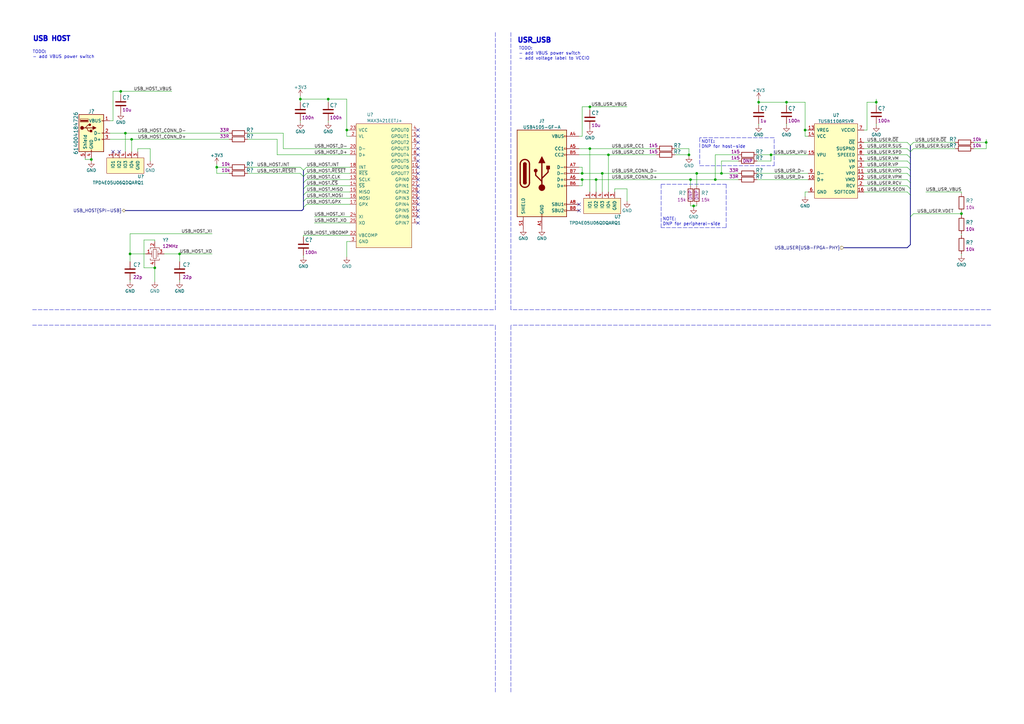
<source format=kicad_sch>
(kicad_sch (version 20211123) (generator eeschema)
  (paper "A3")
  (title_block (title "K410T devboard") (date "2022-12-20") (rev "0.0.99"))
  (lib_symbols
    (symbol "antmicroCapacitors0402:C_10u_0402" (pin_names (offset 0))
      (property "Reference" "C" (at -1.397 3.429 0))
      (property "Val" "10u" (at 0 -2.54 0))
      (symbol "C_10u_0402_1_1"
        (polyline (pts (xy -2.032 -0.762) (xy 2.032 -0.762)) (stroke (width 0.508)))
        (polyline (pts (xy -2.032 0.762) (xy 2.032 0.762)) (stroke (width 0.508)))
        (pin passive line (at 0 3.81 270) (length 2.794) (name "~") (number "1"))
        (pin passive line (at 0 -3.81 90) (length 2.794) (name "~") (number "2"))
      )
    )
    (symbol "antmicroCapacitors0402:C_1u_0402" (pin_names (offset 0))
      (property "Reference" "C" (at -1.397 3.429 0))
      (property "Val" "1u" (at 0 -2.54 0))
      (symbol "C_1u_0402_1_1"
        (polyline (pts (xy -2.032 -0.762) (xy 2.032 -0.762)) (stroke (width 0.508)))
        (polyline (pts (xy -2.032 0.762) (xy 2.032 0.762)) (stroke (width 0.508)))
        (pin passive line (at 0 3.81 270) (length 2.794) (name "~") (number "1"))
        (pin passive line (at 0 -3.81 90) (length 2.794) (name "~") (number "2"))
      )
    )
    (symbol "antmicroCapacitors0402:C_22p_0402" (pin_names (offset 0))
      (property "Reference" "C" (at -1.397 3.429 0))
      (property "Val" "22p" (at 0 -2.54 0))
      (symbol "C_22p_0402_1_1"
        (polyline (pts (xy -2.032 -0.762) (xy 2.032 -0.762)) (stroke (width 0.508)))
        (polyline (pts (xy -2.032 0.762) (xy 2.032 0.762)) (stroke (width 0.508)))
        (pin passive line (at 0 3.81 270) (length 2.794) (name "~") (number "1"))
        (pin passive line (at 0 -3.81 90) (length 2.794) (name "~") (number "2"))
      )
    )
    (symbol "antmicroCapacitorsmisc:C_100n_0201" (pin_names (offset 0))
      (property "Reference" "C" (at -1.397 3.429 0))
      (property "Val" "100n" (at 0 -2.54 0))
      (symbol "C_100n_0201_1_1"
        (polyline (pts (xy -2.032 -0.762) (xy 2.032 -0.762)) (stroke (width 0.508)))
        (polyline (pts (xy -2.032 0.762) (xy 2.032 0.762)) (stroke (width 0.508)))
        (pin passive line (at 0 3.81 270) (length 2.794) (name "~") (number "1"))
        (pin passive line (at 0 -3.81 90) (length 2.794) (name "~") (number "2"))
      )
    )
    (symbol "antmicroCrystals:ABM8G-12.000MHZ-18-D2Y-T " (pin_names (offset 1.016))
      (property "Reference" "Y" (at -1.905 3.175 0))
      (property "Val" "12MHz" (at 5.08 3.81 0))
      (symbol "ABM8G-12.000MHZ-18-D2Y-T _0_1"
        (rectangle (start -0.635 1.905) (end 0.635 -1.905))
        (polyline (pts (xy -1.27 1.27) (xy -1.27 -1.27)))
        (polyline (pts (xy 1.27 1.27) (xy 1.27 -1.27)))
        (polyline (pts (xy -1.905 -1.905) (xy -1.905 -2.54) (xy 1.905 -2.54) (xy 1.905 -1.905)))
        (polyline (pts (xy -1.905 1.905) (xy -1.905 2.54) (xy 1.905 2.54) (xy 1.905 1.905)))
      )
      (symbol "ABM8G-12.000MHZ-18-D2Y-T _1_1"
        (pin output line (at -3.81 0 0) (length 2.54) (name "~") (number "1"))
        (pin power_in line (at 0 5.08 270) (length 2.54) (name "~") (number "2"))
        (pin output line (at 3.81 0 180) (length 2.54) (name "~") (number "3"))
        (pin power_in line (at 0 -5.08 90) (length 2.54) (name "~") (number "4"))
      )
    )
    (symbol "antmicroInterfaceControllers:MAX3421EETJ+" (pin_names (offset 1.016))
      (property "Reference" "U?" (at 2.0194 26.4328 0))
      (property "Value" "MAX3421EETJ+" (at 2.0194 23.8959 0))
      (symbol "MAX3421EETJ+_0_1"
        (rectangle (start -12.7 22.86) (end 10.16 -27.94) (fill (type background)))
      )
      (symbol "MAX3421EETJ+_1_1"
        (pin input line (at 12.7 -17.78 180) (length 2.54) (name "GPIN7") (number "1"))
        (pin output line (at 12.7 5.08 180) (length 2.54) (name "GPOUT6") (number "10"))
        (pin output line (at 12.7 2.54 180) (length 2.54) (name "GPOUT7") (number "11"))
        (pin input line (at -15.24 2.54 0) (length 2.54) (name "~{RES}") (number "12"))
        (pin input line (at -15.24 0 0) (length 2.54) (name "SCLK") (number "13"))
        (pin input line (at -15.24 -2.54 0) (length 2.54) (name "~{SS}") (number "14"))
        (pin output line (at -15.24 -5.08 0) (length 2.54) (name "MISO") (number "15"))
        (pin input line (at -15.24 -7.62 0) (length 2.54) (name "MOSI") (number "16"))
        (pin output line (at -15.24 -10.16 0) (length 2.54) (name "GPX") (number "17"))
        (pin output line (at -15.24 5.08 0) (length 2.54) (name "INT") (number "18"))
        (pin power_in line (at -15.24 -25.4 0) (length 2.54) hide (name "GND") (number "19"))
        (pin power_in line (at -15.24 17.78 0) (length 2.54) (name "VL") (number "2"))
        (pin bidirectional line (at -15.24 12.7 0) (length 2.54) (name "D-") (number "20"))
        (pin bidirectional line (at -15.24 10.16 0) (length 2.54) (name "D+") (number "21"))
        (pin input line (at -15.24 -22.86 0) (length 2.54) (name "VBCOMP") (number "22"))
        (pin power_in line (at -15.24 20.32 0) (length 2.54) (name "VCC") (number "23"))
        (pin input line (at -15.24 -15.24 0) (length 2.54) (name "XI") (number "24"))
        (pin output line (at -15.24 -17.78 0) (length 2.54) (name "XO") (number "25"))
        (pin input line (at 12.7 0 180) (length 2.54) (name "GPIN0") (number "26"))
        (pin input line (at 12.7 -2.54 180) (length 2.54) (name "GPIN1") (number "27"))
        (pin input line (at 12.7 -5.08 180) (length 2.54) (name "GPIN2") (number "28"))
        (pin input line (at 12.7 -7.62 180) (length 2.54) (name "GPIN3") (number "29"))
        (pin power_in line (at -15.24 -25.4 0) (length 2.54) (name "GND") (number "3"))
        (pin input line (at 12.7 -10.16 180) (length 2.54) (name "GPIN4") (number "30"))
        (pin input line (at 12.7 -12.7 180) (length 2.54) (name "GPIN5") (number "31"))
        (pin input line (at 12.7 -15.24 180) (length 2.54) (name "GPIN6") (number "32"))
        (pin power_in line (at -15.24 -25.4 0) (length 2.54) hide (name "EP") (number "33"))
        (pin output line (at 12.7 20.32 180) (length 2.54) (name "GPOUT0") (number "4"))
        (pin output line (at 12.7 17.78 180) (length 2.54) (name "GPOUT1") (number "5"))
        (pin output line (at 12.7 15.24 180) (length 2.54) (name "GPOUT2") (number "6"))
        (pin output line (at 12.7 12.7 180) (length 2.54) (name "GPOUT3") (number "7"))
        (pin output line (at 12.7 10.16 180) (length 2.54) (name "GPOUT4") (number "8"))
        (pin output line (at 12.7 7.62 180) (length 2.54) (name "GPOUT5") (number "9"))
      )
    )
    (symbol "antmicroInterfaceControllers:TUSB1106RSVR" (pin_names (offset 1.016))
      (property "Reference" "U?" (at 2.0194 20.0828 0))
      (property "Value" "TUSB1106RSVR" (at 2.0194 17.5459 0))
      (symbol "TUSB1106RSVR_0_1"
        (rectangle (start -8.89 16.51) (end 8.89 -13.97) (fill (type background)))
      )
      (symbol "TUSB1106RSVR_1_1"
        (pin input line (at 11.43 8.89 180) (length 2.54) (name "~{OE}") (number "1"))
        (pin bidirectional line (at -11.43 -6.35 0) (length 2.54) (name "D+") (number "10"))
        (pin input line (at 11.43 -3.81 180) (length 2.54) (name "VPO") (number "11"))
        (pin input line (at 11.43 -6.35 180) (length 2.54) (name "VMO") (number "12"))
        (pin power_out line (at -11.43 13.97 0) (length 2.54) (name "VREG") (number "13"))
        (pin power_in line (at -11.43 11.43 0) (length 2.54) (name "VCC") (number "14"))
        (pin input line (at -11.43 3.81 0) (length 2.54) (name "VPU") (number "15"))
        (pin input line (at 11.43 -11.43 180) (length 2.54) (name "SOFTCON") (number "16"))
        (pin output line (at 11.43 -8.89 180) (length 2.54) (name "RCV") (number "2"))
        (pin output line (at 11.43 -1.27 180) (length 2.54) (name "VP") (number "3"))
        (pin output line (at 11.43 1.27 180) (length 2.54) (name "VM") (number "4"))
        (pin input line (at 11.43 6.35 180) (length 2.54) (name "SUSPND") (number "5"))
        (pin power_in line (at -11.43 -11.43 0) (length 2.54) (name "GND") (number "6"))
        (pin power_in line (at 11.43 13.97 180) (length 2.54) (name "VCCIO") (number "7"))
        (pin input line (at 11.43 3.81 180) (length 2.54) (name "SPEEED") (number "8"))
        (pin bidirectional line (at -11.43 -3.81 0) (length 2.54) (name "D-") (number "9"))
      )
    )
    (symbol "antmicroResistors0402:R_10k_0402" (pin_names (offset 0))
      (property "Reference" "R" (at -1.397 3.429 0))
      (property "Val" "10k" (at 0 -2.54 0))
      (symbol "R_10k_0402_1_1"
        (rectangle (start 2.54 -1.016) (end -2.54 1.016) (stroke (width 0.254)))
        (pin passive line (at -3.81 0 0) (length 1.27) (name "~") (number "1"))
        (pin passive line (at 3.81 0 180) (length 1.27) (name "~") (number "2"))
      )
    )
    (symbol "antmicroResistors0402:R_15k_0402" (pin_names (offset 0))
      (property "Reference" "R" (at -1.397 3.429 0))
      (property "Val" "15k" (at 0 -2.54 0))
      (symbol "R_15k_0402_1_1"
        (rectangle (start 2.54 -1.016) (end -2.54 1.016) (stroke (width 0.254)))
        (pin passive line (at -3.81 0 0) (length 1.27) (name "~") (number "1"))
        (pin passive line (at 3.81 0 180) (length 1.27) (name "~") (number "2"))
      )
    )
    (symbol "antmicroResistors0402:R_1k5_0402" (pin_names (offset 0))
      (property "Reference" "R" (at -1.397 3.429 0))
      (property "Val" "1k5" (at 0 -2.54 0))
      (symbol "R_1k5_0402_1_1"
        (rectangle (start 2.54 -1.016) (end -2.54 1.016) (stroke (width 0.254)))
        (pin passive line (at -3.81 0 0) (length 1.27) (name "~") (number "1"))
        (pin passive line (at 3.81 0 180) (length 1.27) (name "~") (number "2"))
      )
    )
    (symbol "antmicroResistors0402:R_33R_0402" (pin_names (offset 0))
      (property "Reference" "R" (at -1.397 3.429 0))
      (property "Val" "33R" (at 0 -2.54 0))
      (symbol "R_33R_0402_1_1"
        (rectangle (start 2.54 -1.016) (end -2.54 1.016) (stroke (width 0.254)))
        (pin passive line (at -3.81 0 0) (length 1.27) (name "~") (number "1"))
        (pin passive line (at 3.81 0 180) (length 1.27) (name "~") (number "2"))
      )
    )
    (symbol "antmicroTVSDiodes:TPD4E05U06QDQARQ1" (pin_names (offset 0.9906))
      (property "Reference" "U" (at 1.27 8.89 0))
      (property "Manufacturer" "Texas Instruments" (at 8.89 16.51 0))
      (property "MPN" "TPD4E05U06QDQARQ1" (at 7.62 13.97 0))
      (symbol "TPD4E05U06QDQARQ1_1_1"
        (rectangle (start 1.27 7.62) (end 7.62 -7.62) (fill (type background)))
        (pin passive line (at -1.27 5.08 0) (length 2.54) (name "IO1") (number "1"))
        (pin passive line (at -1.27 5.08 0) (length 2.54) hide (name "IO1") (number "10"))
        (pin passive line (at -1.27 2.54 0) (length 2.54) (name "IO2") (number "2"))
        (pin passive line (at -1.27 -5.08 0) (length 2.54) (name "GND") (number "3"))
        (pin passive line (at -1.27 0 0) (length 2.54) (name "IO3") (number "4"))
        (pin passive line (at -1.27 -2.54 0) (length 2.54) (name "IO4") (number "5"))
        (pin passive line (at -1.27 -2.54 0) (length 2.54) hide (name "IO4") (number "6"))
        (pin passive line (at -1.27 0 0) (length 2.54) hide (name "IO3") (number "7"))
        (pin passive line (at -1.27 -5.08 0) (length 2.54) hide (name "GND") (number "8"))
        (pin passive line (at -1.27 2.54 0) (length 2.54) hide (name "IO2") (number "9"))
      )
    )
    (symbol "antmicroUSBDVIHDMIConnectors:614004184726" (pin_names (offset 1.016))
      (property "Reference" "J" (at 0 10.795 0))
      (property "Value" "614004184726" (at 0 8.255 0))
      (symbol "614004184726_0_1"
        (rectangle (start -5.08 -8.255) (end 5.08 6.985) (stroke (width 0.254)) (fill (type background)))
        (circle (center -3.81 1.524) (radius 0.635) (stroke (width 0.254)) (fill (type outline)))
        (rectangle (start -1.524 4.191) (end -4.318 4.699) (fill (type outline)))
        (rectangle (start -1.27 3.937) (end -4.572 5.207))
        (circle (center -0.635 2.794) (radius 0.381) (stroke (width 0.254)) (fill (type outline)))
        (rectangle (start -0.127 -8.255) (end 0.127 -7.493))
        (polyline (pts (xy -3.175 1.524) (xy -2.54 1.524) (xy -1.27 2.794) (xy -0.635 2.794)) (stroke (width 0.254)))
        (polyline (pts (xy -2.54 1.524) (xy -1.905 1.524) (xy -1.27 0.254) (xy 0 0.254)) (stroke (width 0.254)))
        (polyline (pts (xy 0.635 2.159) (xy 0.635 0.889) (xy 1.905 1.524) (xy 0.635 2.159)) (stroke (width 0.254)) (fill (type outline)))
        (rectangle (start 0.254 0.635) (end -0.508 -0.127) (stroke (width 0.254)) (fill (type outline)))
        (rectangle (start 5.08 -3.302) (end 4.318 -3.048))
        (rectangle (start 5.08 -0.762) (end 4.318 -0.508))
        (rectangle (start 5.08 4.318) (end 4.318 4.572))
      )
      (symbol "614004184726_1_1"
        (polyline (pts (xy -1.905 1.524) (xy 0.635 1.524)) (stroke (width 0.254)))
        (pin power_in line (at 7.62 4.445 180) (length 2.54) (name "VBUS") (number "1"))
        (pin bidirectional line (at 7.62 -0.635 180) (length 2.54) (name "D-") (number "2"))
        (pin bidirectional line (at 7.62 -3.175 180) (length 2.54) (name "D+") (number "3"))
        (pin power_in line (at 0 -10.795 90) (length 2.54) (name "GND") (number "4"))
        (pin passive line (at -2.54 -10.795 90) (length 2.54) (name "Shield") (number "5"))
      )
    )
    (symbol "antmicroUSBDVIHDMIConnectors:USB4105-GF-A" (pin_names (offset 1.016))
      (property "Reference" "J" (at 1.27 29.21 0))
      (property "Value" "USB4105-GF-A" (at -16.51 24.13 0))
      (symbol "USB4105-GF-A_1_1"
        (rectangle (start -10.16 17.78) (end 10.16 -17.78) (stroke (width 0.254)) (fill (type background)))
        (arc (start -8.89 -3.81) (mid -6.985 -5.715) (end -5.08 -3.81) (stroke (width 0.508)))
        (arc (start -7.62 -3.81) (mid -6.985 -4.445) (end -6.35 -3.81) (stroke (width 0.254)))
        (arc (start -7.62 -3.81) (mid -6.985 -4.445) (end -6.35 -3.81) (stroke (width 0.254)) (fill (type outline)))
        (rectangle (start -7.62 -3.81) (end -6.35 3.81) (stroke (width 0.254)) (fill (type outline)))
        (arc (start -6.35 3.81) (mid -6.985 4.445) (end -7.62 3.81) (stroke (width 0.254)))
        (arc (start -6.35 3.81) (mid -6.985 4.445) (end -7.62 3.81) (stroke (width 0.254)) (fill (type outline)))
        (arc (start -5.08 3.81) (mid -6.985 5.715) (end -8.89 3.81) (stroke (width 0.508)))
        (circle (center -2.54 1.143) (radius 0.635) (stroke (width 0.254)) (fill (type outline)))
        (rectangle (start -0.254 -17.78) (end 0.254 -16.764))
        (circle (center 0 -5.842) (radius 1.27) (fill (type outline)))
        (polyline (pts (xy -8.89 -3.81) (xy -8.89 3.81)) (stroke (width 0.508)))
        (polyline (pts (xy -5.08 3.81) (xy -5.08 -3.81)) (stroke (width 0.508)))
        (polyline (pts (xy 0 -5.842) (xy 0 4.318)) (stroke (width 0.508)))
        (polyline (pts (xy 0 -3.302) (xy -2.54 -0.762) (xy -2.54 0.508)) (stroke (width 0.508)))
        (polyline (pts (xy 0 -2.032) (xy 2.54 0.508) (xy 2.54 1.778)) (stroke (width 0.508)))
        (polyline (pts (xy -1.27 4.318) (xy 0 6.858) (xy 1.27 4.318) (xy -1.27 4.318)) (stroke (width 0.254)) (fill (type outline)))
        (rectangle (start 1.905 1.778) (end 3.175 3.048) (stroke (width 0.254)) (fill (type outline)))
        (rectangle (start 10.16 -14.986) (end 9.144 -15.494))
        (rectangle (start 10.16 -12.446) (end 9.144 -12.954))
        (rectangle (start 10.16 -4.826) (end 9.144 -5.334))
        (rectangle (start 10.16 -2.286) (end 9.144 -2.794))
        (rectangle (start 10.16 0.254) (end 9.144 -0.254))
        (rectangle (start 10.16 2.794) (end 9.144 2.286))
        (rectangle (start 10.16 7.874) (end 9.144 7.366))
        (rectangle (start 10.16 10.414) (end 9.144 9.906))
        (rectangle (start 10.16 15.494) (end 9.144 14.986))
        (pin passive line (at 0 -22.86 90) (length 5.08) (name "GND") (number "A1"))
        (pin passive line (at 0 -22.86 90) (length 5.08) hide (name "GND") (number "A12"))
        (pin passive line (at 15.24 15.24 180) (length 5.08) (name "VBUS") (number "A4"))
        (pin bidirectional line (at 15.24 10.16 180) (length 5.08) (name "CC1") (number "A5"))
        (pin bidirectional line (at 15.24 -2.54 180) (length 5.08) (name "D+") (number "A6"))
        (pin bidirectional line (at 15.24 2.54 180) (length 5.08) (name "D-") (number "A7"))
        (pin bidirectional line (at 15.24 -12.7 180) (length 5.08) (name "SBU1") (number "A8"))
        (pin passive line (at 15.24 15.24 180) (length 5.08) hide (name "VBUS") (number "A9"))
        (pin passive line (at 0 -22.86 90) (length 5.08) hide (name "GND") (number "B1"))
        (pin passive line (at 0 -22.86 90) (length 5.08) hide (name "GND") (number "B12"))
        (pin passive line (at 15.24 15.24 180) (length 5.08) hide (name "VBUS") (number "B4"))
        (pin bidirectional line (at 15.24 7.62 180) (length 5.08) (name "CC2") (number "B5"))
        (pin bidirectional line (at 15.24 -5.08 180) (length 5.08) (name "D+") (number "B6"))
        (pin bidirectional line (at 15.24 0 180) (length 5.08) (name "D-") (number "B7"))
        (pin bidirectional line (at 15.24 -15.24 180) (length 5.08) (name "SBU2") (number "B8"))
        (pin passive line (at 15.24 15.24 180) (length 5.08) hide (name "VBUS") (number "B9"))
        (pin passive line (at -7.62 -22.86 90) (length 5.08) (name "SHIELD") (number "S1"))
      )
    )
    (symbol "power:+3.3V" (power) (pin_names (offset 0))
      (property "Value" "+3.3V" (at 0 3.556 0))
      (symbol "+3.3V_0_1"
        (polyline (pts (xy -0.762 1.27) (xy 0 2.54)))
        (polyline (pts (xy 0 0) (xy 0 2.54)))
        (polyline (pts (xy 0 2.54) (xy 0.762 1.27)))
      )
      (symbol "+3.3V_1_1"
        (pin power_in line (at 0 0 90) (length 0) hide (name "+3V3") (number "1"))
      )
    )
    (symbol "power:GND" (power) (pin_names (offset 0))
      (property "Value" "GND" (at 0 -3.81 0))
      (symbol "GND_0_1"
        (polyline (pts (xy 0 0) (xy 0 -1.27) (xy 1.27 -1.27) (xy 0 -2.54) (xy -1.27 -1.27) (xy 0 -1.27)))
      )
      (symbol "GND_1_1"
        (pin power_in line (at 0 0 270) (length 0) hide (name "GND") (number "1"))
      )
    )
  )
  (junction (at 241.935 60.96))
  (junction (at 241.935 43.815))
  (junction (at 311.15 41.91))
  (junction (at 238.76 73.66))
  (junction (at 37.465 65.405))
  (junction (at 53.975 57.15))
  (junction (at 316.23 63.5))
  (junction (at 295.91 71.12))
  (junction (at 284.48 84.455))
  (junction (at 330.2 53.34))
  (junction (at 123.19 40.64))
  (junction (at 244.475 73.66))
  (junction (at 88.9 68.58))
  (junction (at 134.62 40.64))
  (junction (at 51.435 54.61))
  (junction (at 322.58 41.91))
  (junction (at 282.575 63.5))
  (junction (at 73.66 104.14))
  (junction (at 247.015 71.12))
  (junction (at 49.53 37.465))
  (junction (at 238.76 71.12))
  (junction (at 53.34 104.14))
  (junction (at 359.41 41.91))
  (junction (at 293.37 73.66))
  (junction (at 142.24 53.34))
  (junction (at 283.21 73.66))
  (junction (at 63.5 109.855))
  (junction (at 249.555 63.5))
  (junction (at 285.75 71.12))
  (junction (at 404.495 58.42))
  (junction (at 394.335 87.63))
  (no_connect (at 171.45 66.04))
  (no_connect (at 171.45 78.74))
  (no_connect (at 171.45 76.2))
  (no_connect (at 171.45 83.82))
  (no_connect (at 171.45 73.66))
  (no_connect (at 46.355 62.23))
  (no_connect (at 171.45 86.36))
  (no_connect (at 171.45 81.28))
  (no_connect (at 171.45 60.96))
  (no_connect (at 171.45 88.9))
  (no_connect (at 171.45 68.58))
  (no_connect (at 171.45 71.12))
  (no_connect (at 171.45 63.5))
  (no_connect (at 171.45 55.88))
  (no_connect (at 237.49 86.36))
  (no_connect (at 171.45 53.34))
  (no_connect (at 237.49 83.82))
  (no_connect (at 171.45 58.42))
  (no_connect (at 171.45 91.44))
  (no_connect (at 48.895 62.23))
  (bus_entry (at 125.73 68.58) (size -1.27 1.27))
  (bus_entry (at 373.38 59.69) (size 1.27 -1.27))
  (bus_entry (at 373.38 62.23) (size 1.27 -1.27))
  (bus_entry (at 373.38 62.23) (size -1.27 -1.27))
  (bus_entry (at 373.38 67.31) (size -1.27 -1.27))
  (bus_entry (at 373.38 59.69) (size -1.27 -1.27))
  (bus_entry (at 124.46 77.47) (size 1.27 -1.27))
  (bus_entry (at 373.38 80.01) (size -1.27 -1.27))
  (bus_entry (at 373.38 74.93) (size -1.27 -1.27))
  (bus_entry (at 124.46 69.85) (size -1.27 -1.27))
  (bus_entry (at 124.46 80.01) (size 1.27 -1.27))
  (bus_entry (at 373.38 88.9) (size 1.27 -1.27))
  (bus_entry (at 124.46 85.09) (size 1.27 -1.27))
  (bus_entry (at 373.38 72.39) (size -1.27 -1.27))
  (bus_entry (at 124.46 74.93) (size 1.27 -1.27))
  (bus_entry (at 373.38 64.77) (size -1.27 -1.27))
  (bus_entry (at 125.73 71.12) (size -1.27 1.27))
  (bus_entry (at 124.46 82.55) (size 1.27 -1.27))
  (bus_entry (at 124.46 72.39) (size -1.27 -1.27))
  (bus_entry (at 373.38 77.47) (size -1.27 -1.27))
  (bus_entry (at 373.38 69.85) (size -1.27 -1.27))
  (wire (pts (xy 257.175 77.47) (xy 257.175 82.55)))
  (wire (pts (xy 45.085 54.61) (xy 51.435 54.61)))
  (wire (pts (xy 63.5 99.06) (xy 63.5 98.425)))
  (wire (pts (xy 128.905 91.44) (xy 143.51 91.44)))
  (wire (pts (xy 238.76 43.815) (xy 241.935 43.815)))
  (bus (pts (xy 124.46 85.09) (xy 124.46 85.725)))
  (polyline (pts (xy 297.815 93.345) (xy 271.145 93.345)))
  (wire (pts (xy 142.24 55.88) (xy 142.24 53.34)))
  (wire (pts (xy 134.62 40.64) (xy 134.62 41.91)))
  (wire (pts (xy 354.33 63.5) (xy 372.11 63.5)))
  (wire (pts (xy 128.905 88.9) (xy 143.51 88.9)))
  (wire (pts (xy 311.15 41.91) (xy 311.15 43.18)))
  (wire (pts (xy 142.24 40.64) (xy 142.24 53.34)))
  (wire (pts (xy 295.91 66.04) (xy 295.91 71.12)))
  (wire (pts (xy 46.355 37.465) (xy 49.53 37.465)))
  (bus (pts (xy 124.46 80.01) (xy 124.46 82.55)))
  (wire (pts (xy 237.49 68.58) (xy 238.76 68.58)))
  (wire (pts (xy 379.73 78.74) (xy 394.335 78.74)))
  (wire (pts (xy 125.73 81.28) (xy 143.51 81.28)))
  (polyline (pts (xy 13.335 133.35) (xy 203.2 133.35)))
  (wire (pts (xy 322.58 50.8) (xy 322.58 51.435)))
  (wire (pts (xy 359.41 41.91) (xy 359.41 43.18)))
  (wire (pts (xy 316.23 66.04) (xy 310.515 66.04)))
  (wire (pts (xy 61.595 60.96) (xy 61.595 66.04)))
  (wire (pts (xy 330.2 55.88) (xy 330.2 53.34)))
  (wire (pts (xy 237.49 63.5) (xy 249.555 63.5)))
  (wire (pts (xy 46.355 37.465) (xy 46.355 49.53)))
  (wire (pts (xy 249.555 63.5) (xy 249.555 78.74)))
  (wire (pts (xy 63.5 109.22) (xy 63.5 109.855)))
  (wire (pts (xy 285.75 71.12) (xy 285.75 76.2)))
  (bus (pts (xy 124.46 85.725) (xy 123.825 86.36)))
  (wire (pts (xy 124.46 96.52) (xy 143.51 96.52)))
  (wire (pts (xy 316.23 63.5) (xy 316.23 66.04)))
  (wire (pts (xy 238.76 43.815) (xy 238.76 55.88)))
  (wire (pts (xy 123.19 39.37) (xy 123.19 40.64)))
  (wire (pts (xy 59.055 109.855) (xy 63.5 109.855)))
  (wire (pts (xy 45.085 57.15) (xy 53.975 57.15)))
  (wire (pts (xy 330.2 53.34) (xy 331.47 53.34)))
  (wire (pts (xy 311.15 41.91) (xy 322.58 41.91)))
  (polyline (pts (xy 317.5 67.945) (xy 317.5 56.515)))
  (wire (pts (xy 59.055 98.425) (xy 63.5 98.425)))
  (wire (pts (xy 123.19 40.64) (xy 123.19 41.91)))
  (wire (pts (xy 237.49 60.96) (xy 241.935 60.96)))
  (wire (pts (xy 282.575 63.5) (xy 282.575 64.135)))
  (wire (pts (xy 276.86 63.5) (xy 282.575 63.5)))
  (wire (pts (xy 123.19 40.64) (xy 134.62 40.64)))
  (wire (pts (xy 404.495 58.42) (xy 404.495 60.96)))
  (wire (pts (xy 241.935 43.815) (xy 257.175 43.815)))
  (wire (pts (xy 238.76 76.2) (xy 237.49 76.2)))
  (wire (pts (xy 73.66 114.935) (xy 73.66 115.57)))
  (wire (pts (xy 394.335 95.885) (xy 394.335 96.52)))
  (wire (pts (xy 86.995 104.14) (xy 73.66 104.14)))
  (bus (pts (xy 373.38 77.47) (xy 373.38 80.01)))
  (wire (pts (xy 404.495 57.15) (xy 404.495 58.42)))
  (polyline (pts (xy 209.55 13.335) (xy 209.55 127)))
  (wire (pts (xy 116.205 54.61) (xy 101.6 54.61)))
  (polyline (pts (xy 13.335 127) (xy 203.2 127)))
  (polyline (pts (xy 203.2 13.335) (xy 203.2 127)))
  (wire (pts (xy 123.19 71.12) (xy 101.6 71.12)))
  (wire (pts (xy 238.76 73.66) (xy 238.76 76.2)))
  (wire (pts (xy 241.935 60.96) (xy 269.24 60.96)))
  (wire (pts (xy 284.48 84.455) (xy 285.75 84.455)))
  (wire (pts (xy 394.335 86.995) (xy 394.335 87.63)))
  (bus (pts (xy 124.46 69.85) (xy 124.46 72.39)))
  (wire (pts (xy 37.465 65.405) (xy 37.465 66.04)))
  (wire (pts (xy 293.37 63.5) (xy 302.895 63.5)))
  (wire (pts (xy 73.66 104.14) (xy 67.31 104.14)))
  (bus (pts (xy 373.38 59.69) (xy 373.38 62.23)))
  (bus (pts (xy 124.46 74.93) (xy 124.46 77.47)))
  (wire (pts (xy 124.46 104.775) (xy 124.46 105.41)))
  (wire (pts (xy 295.91 71.12) (xy 302.895 71.12)))
  (wire (pts (xy 56.515 60.96) (xy 61.595 60.96)))
  (wire (pts (xy 101.6 57.15) (xy 113.665 57.15)))
  (polyline (pts (xy 406.4 127) (xy 209.55 127)))
  (wire (pts (xy 247.015 71.12) (xy 247.015 78.74)))
  (wire (pts (xy 56.515 62.23) (xy 56.515 60.96)))
  (bus (pts (xy 373.38 72.39) (xy 373.38 74.93)))
  (polyline (pts (xy 287.02 56.515) (xy 287.02 67.945)))
  (wire (pts (xy 113.665 57.15) (xy 113.665 63.5)))
  (wire (pts (xy 113.665 63.5) (xy 143.51 63.5)))
  (wire (pts (xy 394.335 78.74) (xy 394.335 79.375)))
  (wire (pts (xy 142.24 55.88) (xy 143.51 55.88)))
  (wire (pts (xy 311.15 40.64) (xy 311.15 41.91)))
  (wire (pts (xy 310.515 73.66) (xy 331.47 73.66)))
  (wire (pts (xy 53.975 57.15) (xy 53.975 62.23)))
  (polyline (pts (xy 271.145 75.565) (xy 297.815 75.565)) (stroke (width 0) (type dash)))
  (bus (pts (xy 373.38 100.33) (xy 372.11 101.6)))
  (wire (pts (xy 310.515 71.12) (xy 331.47 71.12)))
  (wire (pts (xy 355.6 41.91) (xy 359.41 41.91)))
  (wire (pts (xy 354.33 71.12) (xy 372.11 71.12)))
  (wire (pts (xy 93.98 68.58) (xy 88.9 68.58)))
  (wire (pts (xy 284.48 85.09) (xy 284.48 84.455)))
  (bus (pts (xy 373.38 69.85) (xy 373.38 72.39)))
  (wire (pts (xy 93.98 71.12) (xy 88.9 71.12)))
  (wire (pts (xy 285.75 71.12) (xy 295.91 71.12)))
  (wire (pts (xy 330.2 78.74) (xy 330.2 80.645)))
  (wire (pts (xy 354.33 78.74) (xy 372.11 78.74)))
  (wire (pts (xy 59.055 98.425) (xy 59.055 109.855)))
  (wire (pts (xy 143.51 99.06) (xy 142.24 99.06)))
  (wire (pts (xy 238.76 71.12) (xy 247.015 71.12)))
  (wire (pts (xy 316.23 63.5) (xy 331.47 63.5)))
  (bus (pts (xy 373.38 67.31) (xy 373.38 69.85)))
  (polyline (pts (xy 406.4 133.35) (xy 209.55 133.35)))
  (wire (pts (xy 53.34 114.935) (xy 53.34 115.57)))
  (wire (pts (xy 293.37 63.5) (xy 293.37 73.66)))
  (wire (pts (xy 134.62 40.64) (xy 142.24 40.64)))
  (wire (pts (xy 354.33 60.96) (xy 372.11 60.96)))
  (wire (pts (xy 276.86 60.96) (xy 282.575 60.96)))
  (wire (pts (xy 354.33 76.2) (xy 372.11 76.2)))
  (wire (pts (xy 322.58 41.91) (xy 330.2 41.91)))
  (wire (pts (xy 354.33 73.66) (xy 372.11 73.66)))
  (wire (pts (xy 354.33 66.04) (xy 372.11 66.04)))
  (bus (pts (xy 124.46 77.47) (xy 124.46 80.01)))
  (wire (pts (xy 73.66 104.14) (xy 73.66 107.315)))
  (wire (pts (xy 125.73 71.12) (xy 143.51 71.12)))
  (wire (pts (xy 88.9 67.31) (xy 88.9 68.58)))
  (polyline (pts (xy 287.02 67.945) (xy 317.5 67.945)))
  (wire (pts (xy 237.49 73.66) (xy 238.76 73.66)))
  (wire (pts (xy 49.53 37.465) (xy 70.485 37.465)))
  (wire (pts (xy 330.2 78.74) (xy 331.47 78.74)))
  (wire (pts (xy 282.575 60.96) (xy 282.575 63.5)))
  (wire (pts (xy 142.24 53.34) (xy 143.51 53.34)))
  (bus (pts (xy 51.435 86.36) (xy 123.825 86.36)))
  (polyline (pts (xy 203.2 283.845) (xy 203.2 133.35)))
  (wire (pts (xy 374.65 87.63) (xy 394.335 87.63)))
  (polyline (pts (xy 209.55 283.845) (xy 209.55 133.35)))
  (wire (pts (xy 359.41 50.8) (xy 359.41 51.435)))
  (wire (pts (xy 283.21 73.66) (xy 283.21 76.2)))
  (wire (pts (xy 394.335 104.14) (xy 394.335 104.775)))
  (wire (pts (xy 310.515 63.5) (xy 316.23 63.5)))
  (wire (pts (xy 237.49 71.12) (xy 238.76 71.12)))
  (bus (pts (xy 124.46 72.39) (xy 124.46 74.93)))
  (wire (pts (xy 354.33 58.42) (xy 372.11 58.42)))
  (wire (pts (xy 394.335 87.63) (xy 394.335 88.265)))
  (wire (pts (xy 244.475 73.66) (xy 244.475 78.74)))
  (wire (pts (xy 51.435 54.61) (xy 51.435 62.23)))
  (polyline (pts (xy 317.5 56.515) (xy 287.02 56.515)))
  (wire (pts (xy 125.73 83.82) (xy 143.51 83.82)))
  (bus (pts (xy 373.38 64.77) (xy 373.38 67.31)))
  (wire (pts (xy 354.33 68.58) (xy 372.11 68.58)))
  (wire (pts (xy 37.465 64.77) (xy 37.465 65.405)))
  (wire (pts (xy 238.76 68.58) (xy 238.76 71.12)))
  (wire (pts (xy 241.935 43.815) (xy 241.935 45.085)))
  (wire (pts (xy 322.58 41.91) (xy 322.58 43.18)))
  (wire (pts (xy 34.925 64.77) (xy 34.925 65.405)))
  (wire (pts (xy 51.435 54.61) (xy 93.98 54.61)))
  (wire (pts (xy 374.65 60.96) (xy 391.795 60.96)))
  (wire (pts (xy 355.6 41.91) (xy 355.6 53.34)))
  (wire (pts (xy 285.75 83.82) (xy 285.75 84.455)))
  (wire (pts (xy 125.73 76.2) (xy 143.51 76.2)))
  (bus (pts (xy 124.46 82.55) (xy 124.46 85.09)))
  (wire (pts (xy 241.935 60.96) (xy 241.935 78.74)))
  (wire (pts (xy 49.53 37.465) (xy 49.53 38.735)))
  (wire (pts (xy 391.795 58.42) (xy 374.65 58.42)))
  (wire (pts (xy 302.895 66.04) (xy 295.91 66.04)))
  (wire (pts (xy 125.73 78.74) (xy 143.51 78.74)))
  (wire (pts (xy 252.095 78.74) (xy 252.095 77.47)))
  (wire (pts (xy 101.6 68.58) (xy 123.19 68.58)))
  (wire (pts (xy 293.37 73.66) (xy 302.895 73.66)))
  (wire (pts (xy 284.48 84.455) (xy 283.21 84.455)))
  (wire (pts (xy 311.15 50.8) (xy 311.15 51.435)))
  (wire (pts (xy 283.21 83.82) (xy 283.21 84.455)))
  (polyline (pts (xy 297.815 75.565) (xy 297.815 93.345)) (stroke (width 0) (type dash)))
  (wire (pts (xy 45.085 49.53) (xy 46.355 49.53)))
  (wire (pts (xy 249.555 63.5) (xy 269.24 63.5)))
  (wire (pts (xy 125.73 68.58) (xy 143.51 68.58)))
  (wire (pts (xy 53.975 57.15) (xy 93.98 57.15)))
  (wire (pts (xy 359.41 40.64) (xy 359.41 41.91)))
  (wire (pts (xy 237.49 55.88) (xy 238.76 55.88)))
  (wire (pts (xy 399.415 58.42) (xy 404.495 58.42)))
  (wire (pts (xy 244.475 73.66) (xy 283.21 73.66)))
  (wire (pts (xy 116.205 60.96) (xy 116.205 54.61)))
  (wire (pts (xy 53.34 104.14) (xy 53.34 107.315)))
  (bus (pts (xy 373.38 88.9) (xy 373.38 100.33)))
  (wire (pts (xy 330.2 41.91) (xy 330.2 53.34)))
  (wire (pts (xy 283.21 73.66) (xy 293.37 73.66)))
  (wire (pts (xy 355.6 53.34) (xy 354.33 53.34)))
  (wire (pts (xy 53.34 95.885) (xy 86.995 95.885)))
  (wire (pts (xy 88.9 68.58) (xy 88.9 71.12)))
  (wire (pts (xy 399.415 60.96) (xy 404.495 60.96)))
  (bus (pts (xy 373.38 62.23) (xy 373.38 64.77)))
  (wire (pts (xy 247.015 71.12) (xy 285.75 71.12)))
  (wire (pts (xy 123.19 49.53) (xy 123.19 50.165)))
  (wire (pts (xy 143.51 60.96) (xy 116.205 60.96)))
  (wire (pts (xy 53.34 95.885) (xy 53.34 104.14)))
  (wire (pts (xy 142.24 99.06) (xy 142.24 105.41)))
  (wire (pts (xy 59.69 104.14) (xy 53.34 104.14)))
  (polyline (pts (xy 271.145 93.345) (xy 271.145 75.565)))
  (wire (pts (xy 238.76 73.66) (xy 244.475 73.66)))
  (wire (pts (xy 124.46 96.52) (xy 124.46 97.155)))
  (wire (pts (xy 134.62 49.53) (xy 134.62 50.165)))
  (wire (pts (xy 331.47 55.88) (xy 330.2 55.88)))
  (wire (pts (xy 34.925 65.405) (xy 37.465 65.405)))
  (wire (pts (xy 63.5 109.855) (xy 63.5 115.57)))
  (bus (pts (xy 373.38 80.01) (xy 373.38 88.9)))
  (bus (pts (xy 346.075 101.6) (xy 372.11 101.6)))
  (bus (pts (xy 373.38 74.93) (xy 373.38 77.47)))
  (wire (pts (xy 125.73 73.66) (xy 143.51 73.66)))
  (wire (pts (xy 252.095 77.47) (xy 257.175 77.47)))
  (text "NOTE:\nDNP for host-side" (at 287.655 60.96 0) (effects (font (size 1.27 1.27)) (justify left bottom)))
  (text "NOTE:\nDNP for peripheral-side" (at 271.78 92.71 0) (effects (font (size 1.27 1.27)) (justify left bottom)))
  (text "USR_USB" (at 212.09 17.78 0) (effects (font (size 2 2) (thickness 0.5994) bold) (justify left bottom)))
  (text "TODO:\n- add VBUS power switch\n- add voltage label to VCCIO" (at 212.725 24.765 0) (effects (font (size 1.27 1.27)) (justify left bottom)))
  (text "TODO:\n- add VBUS power switch" (at 13.335 24.13 0) (effects (font (size 1.27 1.27)) (justify left bottom)))
  (text "USB HOST" (at 13.335 17.145 0) (effects (font (size 2 2) (thickness 0.5994) bold) (justify left bottom)))
  (label "USB_USER.VM" (at 355.6 66.04 0))
  (label "USB_HOST_VBUS" (at 70.485 37.465 180))
  (label "USB_USER.VDET" (at 391.16 87.63 180))
  (label "USB_USR_CONN_D+" (at 250.825 73.66 0))
  (label "USB_USER.VPO" (at 355.6 71.12 0))
  (label "USB_USER.RCV" (at 355.6 76.2 0))
  (label "USB_USR_VBUS" (at 379.73 78.74 0))
  (label "USB_USER.SPD" (at 355.6 63.5 0))
  (label "USB_USR_VBUS" (at 257.175 43.815 180))
  (label "USB_HOST.CLK" (at 125.73 73.66 0))
  (label "USB_HOST.GPX" (at 125.73 83.82 0))
  (label "USB_USR_D+" (at 317.5 73.66 0))
  (label "USB_USER.~{OE}" (at 375.285 58.42 0))
  (label "USB_USER.VPM" (at 355.6 73.66 0))
  (label "USB_HOST_CONN_D+" (at 56.515 57.15 0))
  (label "USB_HOST.INT" (at 105.41 68.58 0))
  (label "USB_USER.SUS" (at 355.6 60.96 0))
  (label "USB_USR_VPU" (at 317.5 63.5 0))
  (label "USB_HOST.~{RESET}" (at 125.73 71.12 0))
  (label "USB_HOST.MOSI" (at 125.73 81.28 0))
  (label "USB_HOST_CONN_D-" (at 56.515 54.61 0))
  (label "USB_HOST_XI" (at 86.995 95.885 180))
  (label "USB_USR_CONN_D-" (at 250.825 71.12 0))
  (label "USB_USER.~{OE}" (at 355.6 58.42 0))
  (label "USB_HOST_XO" (at 86.995 104.14 180))
  (label "USB_USR_CC2" (at 250.825 63.5 0))
  (label "USB_HOST.~{RESET}" (at 105.41 71.12 0))
  (label "USB_USR_D-" (at 317.5 71.12 0))
  (label "USB_HOST_D-" (at 128.905 60.96 0))
  (label "USB_HOST.INT" (at 125.73 68.58 0))
  (label "USB_USR_CC1" (at 250.825 60.96 0))
  (label "USB_HOST.~{CS}" (at 125.73 76.2 0))
  (label "USB_HOST.MISO" (at 125.73 78.74 0))
  (label "USB_USER.VP" (at 355.6 68.58 0))
  (label "USB_USER.SCON" (at 355.6 78.74 0))
  (label "USB_HOST_VBCOMP" (at 124.46 96.52 0))
  (label "USB_HOST_XO" (at 128.905 91.44 0))
  (label "USB_HOST_XI" (at 128.905 88.9 0))
  (label "USB_USER.SUS" (at 375.285 60.96 0))
  (label "USB_HOST_D+" (at 128.905 63.5 0))
  (hierarchical_label "USB_HOST{SPI-USB}" (shape bidirectional) (at 51.435 86.36 180))
  (hierarchical_label "USB_USER{USB-FPGA-PHY}" (shape input) (at 346.075 101.6 180))
  (symbol (lib_id "antmicroResistors0402:R_15k_0402") (at 285.75 80.01 90) (unit 1)
    (property "Reference" "R?" (at 287.528 79.1754 90) (effects (font (size 1.524 1.524)) (justify right)))
    (property "Value" "R_15k_0402" (effects hide))
    (property "Footprint" "antmicro-footprints:0402-res" (effects hide))
    (property "Datasheet" "https://www.mouser.pl/datasheet/2/348/ROHM_S_A0009648217_1-2563033.pdf" (effects hide))
    (property "Manufacturer" "ROHM Semiconductor" (effects hide))
    (property "MPN" "SFR01MZPF1502 " (effects hide))
    (property "Val" "15k" (at 287.528 81.9405 90) (effects (justify right)))
    (property "DNP" "DNP" (at 285.75 80.01 0))
  )
  (symbol (lib_id "power:GND") (at 63.5 115.57 0) (unit 1)
    (property "Reference" "#PWR?" (effects hide))
    (property "Value" "GND" (at 63.5 119.38 0))
  )
  (symbol (lib_id "antmicroCapacitorsmisc:C_100n_0201") (at 322.58 46.99 0) (unit 1)
    (property "Reference" "C?" (at 323.215 44.45 0) (effects (font (size 1.524 1.524)) (justify left)))
    (property "Value" "C_100n_0201" (effects hide))
    (property "Footprint" "antmicro-footprints:0201-res" (effects hide))
    (property "Manufacturer" "YAGEO" (effects hide))
    (property "MPN" "CC0201KRX6S5BB104" (effects hide))
    (property "Val" "100n" (at 323.215 49.53 0) (effects (justify left)))
  )
  (symbol (lib_id "antmicroCapacitorsmisc:C_100n_0201") (at 359.41 46.99 0) (unit 1)
    (property "Reference" "C?" (at 360.045 44.45 0) (effects (font (size 1.524 1.524)) (justify left)))
    (property "Value" "C_100n_0201" (effects hide))
    (property "Footprint" "antmicro-footprints:0201-res" (effects hide))
    (property "Manufacturer" "YAGEO" (effects hide))
    (property "MPN" "CC0201KRX6S5BB104" (effects hide))
    (property "Val" "100n" (at 360.045 49.53 0) (effects (justify left)))
  )
  (symbol (lib_id "power:GND") (at 284.48 85.09 0) (unit 1)
    (property "Reference" "#PWR?" (effects hide))
    (property "Value" "GND" (at 284.48 88.9 0))
  )
  (symbol (lib_id "power:GND") (at 123.19 50.165 0) (unit 1)
    (property "Reference" "#PWR?" (effects hide))
    (property "Value" "GND" (at 123.19 53.975 0))
  )
  (symbol (lib_id "antmicroInterfaceControllers:MAX3421EETJ+") (at 158.75 73.66 0) (unit 1)
    (property "Reference" "U?" (at 150.495 46.99 0) (effects (justify left)))
    (property "Value" "MAX3421EETJ+" (at 150.495 49.5269 0) (effects (justify left)))
    (property "Footprint" "antmicro-footprints:QFN-32-1EP_5x5mm" (effects hide))
    (property "Datasheet" "https://www.analog.com/media/en/technical-documentation/data-sheets/max3421e.pdf" (effects hide))
    (property "MPN" "MAX3421EETJ+" (effects hide))
    (property "Manufacturer" "Maxim integrated" (effects hide))
  )
  (symbol (lib_id "antmicroCapacitors0402:C_10u_0402") (at 49.53 42.545 0) (unit 1)
    (property "Reference" "C?" (at 50.165 40.005 0) (effects (font (size 1.524 1.524)) (justify left)))
    (property "Value" "C_10u_0402" (effects hide))
    (property "Footprint" "antmicro-footprints:0402-cap" (effects hide))
    (property "Manufacturer" "YAGEO" (effects hide))
    (property "MPN" "CC0402MRX5R5BB106" (effects hide))
    (property "Val" "10u" (at 50.165 45.085 0) (effects (justify left)))
  )
  (symbol (lib_id "power:GND") (at 49.53 46.355 0) (unit 1)
    (property "Reference" "#PWR?" (effects hide))
    (property "Value" "GND" (at 49.53 50.165 0))
  )
  (symbol (lib_id "antmicroResistors0402:R_15k_0402") (at 283.21 80.01 270) (mirror x) (unit 1)
    (property "Reference" "R?" (at 281.4321 79.1754 90) (effects (font (size 1.524 1.524)) (justify right)))
    (property "Value" "R_15k_0402" (effects hide))
    (property "Footprint" "antmicro-footprints:0402-res" (effects hide))
    (property "Datasheet" "https://www.mouser.pl/datasheet/2/348/ROHM_S_A0009648217_1-2563033.pdf" (effects hide))
    (property "Manufacturer" "ROHM Semiconductor" (effects hide))
    (property "MPN" "SFR01MZPF1502 " (effects hide))
    (property "Val" "15k" (at 281.4321 81.9405 90) (effects (justify right)))
    (property "DNP" "DNP" (at 283.21 80.01 0))
  )
  (symbol (lib_id "antmicroUSBDVIHDMIConnectors:USB4105-GF-A") (at 222.25 71.12 0) (unit 1)
    (property "Reference" "J?" (at 222.25 49.6402 0))
    (property "Value" "USB4105-GF-A" (at 222.25 52.1771 0))
    (property "Footprint" "antmicro-footprints:GCT_USB4105-GF-A" (effects hide))
    (property "Datasheet" "https://gct.co/files/drawings/usb4105.pdf" (effects hide))
    (property "Manufacturer" "GCT" (effects hide))
    (property "MPN" "USB4105-GF-A" (effects hide))
  )
  (symbol (lib_id "power:GND") (at 124.46 105.41 0) (unit 1)
    (property "Reference" "#PWR?" (effects hide))
    (property "Value" "GND" (at 124.46 109.22 0))
  )
  (symbol (lib_id "antmicroCrystals:ABM8G-12.000MHZ-18-D2Y-T ") (at 63.5 104.14 0) (unit 1)
    (property "Reference" "Y?" (at 67.945 98.425 0))
    (property "Value" "ABM8G-12.000MHZ-18-D2Y-T " (effects hide))
    (property "Footprint" "antmicro-footprints:KX-7" (effects hide))
    (property "MPN" "ABM8G-12.000MHZ-18-D2Y-T " (effects hide))
    (property "Manufacturer" "Abracon" (effects hide))
    (property "Val" "12MHz" (at 69.85 100.965 0))
  )
  (symbol (lib_id "antmicroResistors0402:R_10k_0402") (at 394.335 100.33 90) (unit 1)
    (property "Reference" "R?" (at 396.113 99.4954 90) (effects (font (size 1.524 1.524)) (justify right)))
    (property "Value" "R_10k_0402" (effects hide))
    (property "Footprint" "antmicro-footprints:0402-res" (effects hide))
    (property "Manufacturer" "VISHAY" (effects hide))
    (property "MPN" "CRCW040210K0FKEDHP" (effects hide))
    (property "Val" "10k" (at 396.113 102.2605 90) (effects (justify right)))
  )
  (symbol (lib_id "power:GND") (at 53.34 115.57 0) (unit 1)
    (property "Reference" "#PWR?" (effects hide))
    (property "Value" "GND" (at 53.34 119.38 0))
  )
  (symbol (lib_id "power:GND") (at 330.2 80.645 0) (unit 1)
    (property "Reference" "#PWR?" (effects hide))
    (property "Value" "GND" (at 330.2 84.455 0))
  )
  (symbol (lib_id "antmicroResistors0402:R_33R_0402") (at 306.705 71.12 0) (unit 1)
    (property "Reference" "R?" (at 309.88 69.85 0) (effects (font (size 1.524 1.524)) (justify left)))
    (property "Value" "R_33R_0402" (effects hide))
    (property "Footprint" "antmicro-footprints:0402-res" (effects hide))
    (property "Manufacturer" "Vishay" (effects hide))
    (property "MPN" "CRCW040233R0FKED" (effects hide))
    (property "Val" "33R" (at 300.99 69.85 0))
  )
  (symbol (lib_id "antmicroCapacitors0402:C_22p_0402") (at 53.34 111.125 0) (unit 1)
    (property "Reference" "C?" (at 54.61 108.585 0) (effects (font (size 1.524 1.524)) (justify left)))
    (property "Value" "C_22p_0402" (effects hide))
    (property "Footprint" "antmicro-footprints:0402-cap" (effects hide))
    (property "Manufacturer" "YAGEO" (effects hide))
    (property "MPN" "CC0402JRNPO9BN220" (effects hide))
    (property "Val" "22p" (at 54.61 113.665 0) (effects (justify left)))
  )
  (symbol (lib_id "antmicroResistors0402:R_10k_0402") (at 395.605 60.96 0) (mirror x) (unit 1)
    (property "Reference" "R?" (at 392.43 59.69 0) (effects (font (size 1.524 1.524)) (justify right)))
    (property "Value" "R_10k_0402" (effects hide))
    (property "Footprint" "antmicro-footprints:0402-res" (effects hide))
    (property "Manufacturer" "VISHAY" (effects hide))
    (property "MPN" "CRCW040210K0FKEDHP" (effects hide))
    (property "Val" "10k" (at 402.59 59.69 0) (effects (justify right)))
  )
  (symbol (lib_id "antmicroCapacitorsmisc:C_100n_0201") (at 134.62 45.72 0) (unit 1)
    (property "Reference" "C?" (at 135.255 43.18 0) (effects (font (size 1.524 1.524)) (justify left)))
    (property "Value" "C_100n_0201" (effects hide))
    (property "Footprint" "antmicro-footprints:0201-res" (effects hide))
    (property "Manufacturer" "YAGEO" (effects hide))
    (property "MPN" "CC0201KRX6S5BB104" (effects hide))
    (property "Val" "100n" (at 135.255 48.26 0) (effects (justify left)))
  )
  (symbol (lib_id "antmicroInterfaceControllers:TUSB1106RSVR") (at 342.9 67.31 0) (unit 1)
    (property "Reference" "U?" (at 342.9 47.2272 0))
    (property "Value" "TUSB1106RSVR" (at 342.9 49.7641 0))
    (property "Footprint" "antmicro-footprints:Texas_16-UFQFN" (effects hide))
    (property "Datasheet" "https://www.ti.com/lit/ds/symlink/tusb1106.pdf?ts=1672125307635&ref_url=https%253A%252F%252Fwww.ti.com%252Fproduct%252FTUSB1106%252Fpart-details%252FTUSB1106RTZR" (effects hide))
    (property "MPN" "TUSB1106RSVR" (effects hide))
    (property "Manufacturer" "Texas Instruments" (effects hide))
  )
  (symbol (lib_id "power:+3.3V") (at 123.19 39.37 0) (unit 1)
    (property "Reference" "#PWR?" (effects hide))
    (property "Value" "+3.3V" (at 123.19 35.7942 0))
  )
  (symbol (lib_id "power:GND") (at 142.24 105.41 0) (unit 1)
    (property "Reference" "#PWR?" (effects hide))
    (property "Value" "GND" (at 142.24 109.22 0))
  )
  (symbol (lib_id "antmicroResistors0402:R_33R_0402") (at 306.705 73.66 0) (unit 1)
    (property "Reference" "R?" (at 309.88 72.39 0) (effects (font (size 1.524 1.524)) (justify left)))
    (property "Value" "R_33R_0402" (effects hide))
    (property "Footprint" "antmicro-footprints:0402-res" (effects hide))
    (property "Manufacturer" "Vishay" (effects hide))
    (property "MPN" "CRCW040233R0FKED" (effects hide))
    (property "Val" "33R" (at 300.99 72.39 0))
  )
  (symbol (lib_id "power:GND") (at 257.175 82.55 0) (mirror y) (unit 1)
    (property "Reference" "#PWR?" (effects hide))
    (property "Value" "GND" (at 257.175 86.36 0))
  )
  (symbol (lib_id "antmicroCapacitorsmisc:C_100n_0201") (at 123.19 45.72 0) (unit 1)
    (property "Reference" "C?" (at 123.825 43.18 0) (effects (font (size 1.524 1.524)) (justify left)))
    (property "Value" "C_100n_0201" (effects hide))
    (property "Footprint" "antmicro-footprints:0201-res" (effects hide))
    (property "Manufacturer" "YAGEO" (effects hide))
    (property "MPN" "CC0201KRX6S5BB104" (effects hide))
    (property "Val" "100n" (at 123.825 48.26 0) (effects (justify left)))
  )
  (symbol (lib_id "power:+3.3V") (at 88.9 67.31 0) (unit 1)
    (property "Reference" "#PWR?" (effects hide))
    (property "Value" "+3.3V" (at 88.9 63.7342 0))
  )
  (symbol (lib_id "power:GND") (at 222.25 93.98 0) (unit 1)
    (property "Reference" "#PWR?" (effects hide))
    (property "Value" "GND" (at 222.25 97.79 0))
  )
  (symbol (lib_id "power:GND") (at 311.15 51.435 0) (unit 1)
    (property "Reference" "#PWR?" (effects hide))
    (property "Value" "GND" (at 311.15 55.245 0))
  )
  (symbol (lib_id "antmicroResistors0402:R_33R_0402") (at 97.79 54.61 0) (unit 1)
    (property "Reference" "R?" (at 100.965 53.34 0) (effects (font (size 1.524 1.524)) (justify left)))
    (property "Value" "R_33R_0402" (effects hide))
    (property "Footprint" "antmicro-footprints:0402-res" (effects hide))
    (property "Manufacturer" "Vishay" (effects hide))
    (property "MPN" "CRCW040233R0FKED" (effects hide))
    (property "Val" "33R" (at 92.075 53.34 0))
  )
  (symbol (lib_id "antmicroCapacitors0402:C_22p_0402") (at 73.66 111.125 0) (unit 1)
    (property "Reference" "C?" (at 74.93 108.585 0) (effects (font (size 1.524 1.524)) (justify left)))
    (property "Value" "C_22p_0402" (effects hide))
    (property "Footprint" "antmicro-footprints:0402-cap" (effects hide))
    (property "Manufacturer" "YAGEO" (effects hide))
    (property "MPN" "CC0402JRNPO9BN220" (effects hide))
    (property "Val" "22p" (at 74.93 113.665 0) (effects (justify left)))
  )
  (symbol (lib_id "antmicroCapacitors0402:C_1u_0402") (at 311.15 46.99 0) (unit 1)
    (property "Reference" "C?" (at 311.785 44.45 0) (effects (font (size 1.524 1.524)) (justify left)))
    (property "Value" "C_1u_0402" (effects hide))
    (property "Footprint" "antmicro-footprints:0402-cap" (effects hide))
    (property "Manufacturer" "TDK" (effects hide))
    (property "MPN" "C1005X6S1A105K050BC" (effects hide))
    (property "Val" "1u" (at 311.785 49.53 0) (effects (justify left)))
  )
  (symbol (lib_id "power:GND") (at 214.63 93.98 0) (unit 1)
    (property "Reference" "#PWR?" (effects hide))
    (property "Value" "GND" (at 214.63 97.79 0))
  )
  (symbol (lib_id "antmicroResistors0402:R_1k5_0402") (at 306.705 66.04 0) (unit 1)
    (property "Reference" "R?" (at 309.88 64.77 0) (effects (font (size 1.524 1.524)) (justify left)))
    (property "Value" "R_1k5_0402" (effects hide))
    (property "Footprint" "antmicro-footprints:0402-res" (effects hide))
    (property "Manufacturer" "Multicomp Pro" (effects hide))
    (property "MPN" "MP000515" (effects hide))
    (property "Val" "1k5" (at 301.625 64.77 0))
    (property "DNP" "DNP" (at 306.705 66.04 0))
  )
  (symbol (lib_id "antmicroResistors0402:R_10k_0402") (at 97.79 71.12 180) (unit 1)
    (property "Reference" "R?" (at 100.965 69.85 0) (effects (font (size 1.524 1.524)) (justify right)))
    (property "Value" "R_10k_0402" (effects hide))
    (property "Footprint" "antmicro-footprints:0402-res" (effects hide))
    (property "Manufacturer" "VISHAY" (effects hide))
    (property "MPN" "CRCW040210K0FKEDHP" (effects hide))
    (property "Val" "10k" (at 90.805 69.85 0) (effects (justify right)))
  )
  (symbol (lib_id "antmicroUSBDVIHDMIConnectors:614004184726") (at 37.465 53.975 0) (unit 1)
    (property "Reference" "J?" (at 37.465 45.72 0) (effects (font (size 1.524 1.524))))
    (property "Value" "614004184726" (at 31.115 54.61 90) (effects (font (size 1.524 1.524))))
    (property "Footprint" "antmicro-footprints:614004184726" (effects hide))
    (property "Datasheet" "https://www.we-online.com/katalog/datasheet/614004184726.pdf" (effects hide))
    (property "MPN" "614004184726" (effects hide))
    (property "Manufacturer" "Wurth_Elektronik" (effects hide))
  )
  (symbol (lib_id "antmicroResistors0402:R_10k_0402") (at 97.79 68.58 180) (unit 1)
    (property "Reference" "R?" (at 100.965 67.31 0) (effects (font (size 1.524 1.524)) (justify right)))
    (property "Value" "R_10k_0402" (effects hide))
    (property "Footprint" "antmicro-footprints:0402-res" (effects hide))
    (property "Manufacturer" "VISHAY" (effects hide))
    (property "MPN" "CRCW040210K0FKEDHP" (effects hide))
    (property "Val" "10k" (at 90.805 67.31 0) (effects (justify right)))
  )
  (symbol (lib_id "antmicroResistors0402:R_1k5_0402") (at 273.05 63.5 0) (unit 1)
    (property "Reference" "R?" (at 276.225 62.23 0) (effects (font (size 1.524 1.524)) (justify left)))
    (property "Value" "R_1k5_0402" (effects hide))
    (property "Footprint" "antmicro-footprints:0402-res" (effects hide))
    (property "Manufacturer" "Multicomp Pro" (effects hide))
    (property "MPN" "MP000515" (effects hide))
    (property "Val" "1k5" (at 267.97 62.23 0))
  )
  (symbol (lib_id "antmicroTVSDiodes:TPD4E05U06QDQARQ1") (at 51.435 63.5 90) (mirror x) (unit 1)
    (property "Reference" "U?" (at 59.055 72.39 90) (effects (justify left)))
    (property "Value" "TPD4E05U06QDQARQ1" (at 59.055 74.93 90) (effects (justify left)))
    (property "Footprint" "antmicro-footprints:USON-10_2.5x1.0mm_P0.5mm" (effects hide))
    (property "Datasheet" "https://www.ti.com/lit/ds/symlink/tpd4e05u06-q1.pdf?HQS=dis-mous-null-mousermode-dsf-pf-null-wwe&ts=1663591265741&ref_url=https%253A%252F%252Fwww.mouser.pl%252F" (effects hide))
    (property "Manufacturer" "Texas Instruments" (effects hide))
    (property "MPN" "TPD4E05U06QDQARQ1" (effects hide))
  )
  (symbol (lib_id "power:GND") (at 37.465 66.04 0) (unit 1)
    (property "Reference" "#PWR?" (effects hide))
    (property "Value" "GND" (at 37.465 69.85 0))
  )
  (symbol (lib_id "power:GND") (at 61.595 66.04 0) (mirror y) (unit 1)
    (property "Reference" "#PWR?" (effects hide))
    (property "Value" "GND" (at 61.595 69.85 0))
  )
  (symbol (lib_id "power:GND") (at 134.62 50.165 0) (unit 1)
    (property "Reference" "#PWR?" (effects hide))
    (property "Value" "GND" (at 134.62 53.975 0))
  )
  (symbol (lib_id "power:GND") (at 359.41 51.435 0) (mirror y) (unit 1)
    (property "Reference" "#PWR?" (effects hide))
    (property "Value" "GND" (at 359.41 55.245 0))
  )
  (symbol (lib_id "antmicroResistors0402:R_33R_0402") (at 97.79 57.15 0) (unit 1)
    (property "Reference" "R?" (at 100.965 55.88 0) (effects (font (size 1.524 1.524)) (justify left)))
    (property "Value" "R_33R_0402" (effects hide))
    (property "Footprint" "antmicro-footprints:0402-res" (effects hide))
    (property "Manufacturer" "Vishay" (effects hide))
    (property "MPN" "CRCW040233R0FKED" (effects hide))
    (property "Val" "33R" (at 92.075 55.88 0))
  )
  (symbol (lib_id "power:+3.3V") (at 311.15 40.64 0) (unit 1)
    (property "Reference" "#PWR?" (effects hide))
    (property "Value" "+3.3V" (at 311.15 37.0642 0))
  )
  (symbol (lib_id "power:GND") (at 322.58 51.435 0) (unit 1)
    (property "Reference" "#PWR?" (effects hide))
    (property "Value" "GND" (at 322.58 55.245 0))
  )
  (symbol (lib_id "power:GND") (at 394.335 104.775 0) (unit 1)
    (property "Reference" "#PWR?" (effects hide))
    (property "Value" "GND" (at 394.335 108.585 0))
  )
  (symbol (lib_id "power:GND") (at 241.935 52.705 0) (unit 1)
    (property "Reference" "#PWR?" (effects hide))
    (property "Value" "GND" (at 241.935 56.515 0))
  )
  (symbol (lib_id "antmicroResistors0402:R_1k5_0402") (at 306.705 63.5 0) (unit 1)
    (property "Reference" "R?" (at 309.88 62.23 0) (effects (font (size 1.524 1.524)) (justify left)))
    (property "Value" "R_1k5_0402" (effects hide))
    (property "Footprint" "antmicro-footprints:0402-res" (effects hide))
    (property "Manufacturer" "Multicomp Pro" (effects hide))
    (property "MPN" "MP000515" (effects hide))
    (property "Val" "1k5" (at 301.625 62.23 0))
  )
  (symbol (lib_id "antmicroCapacitors0402:C_10u_0402") (at 241.935 48.895 0) (unit 1)
    (property "Reference" "C?" (at 242.57 46.355 0) (effects (font (size 1.524 1.524)) (justify left)))
    (property "Value" "C_10u_0402" (effects hide))
    (property "Footprint" "antmicro-footprints:0402-cap" (effects hide))
    (property "Manufacturer" "YAGEO" (effects hide))
    (property "MPN" "CC0402MRX5R5BB106" (effects hide))
    (property "Val" "10u" (at 242.57 51.435 0) (effects (justify left)))
  )
  (symbol (lib_id "power:GND") (at 73.66 115.57 0) (unit 1)
    (property "Reference" "#PWR?" (effects hide))
    (property "Value" "GND" (at 73.66 119.38 0))
  )
  (symbol (lib_id "antmicroTVSDiodes:TPD4E05U06QDQARQ1") (at 247.015 80.01 90) (mirror x) (unit 1)
    (property "Reference" "U?" (at 254.635 88.9 90) (effects (justify left)))
    (property "Value" "TPD4E05U06QDQARQ1" (at 254.635 91.44 90) (effects (justify left)))
    (property "Footprint" "antmicro-footprints:USON-10_2.5x1.0mm_P0.5mm" (effects hide))
    (property "Datasheet" "https://www.ti.com/lit/ds/symlink/tpd4e05u06-q1.pdf?HQS=dis-mous-null-mousermode-dsf-pf-null-wwe&ts=1663591265741&ref_url=https%253A%252F%252Fwww.mouser.pl%252F" (effects hide))
    (property "Manufacturer" "Texas Instruments" (effects hide))
    (property "MPN" "TPD4E05U06QDQARQ1" (effects hide))
  )
  (symbol (lib_id "antmicroResistors0402:R_10k_0402") (at 394.335 83.185 90) (unit 1)
    (property "Reference" "R?" (at 396.113 82.3504 90) (effects (font (size 1.524 1.524)) (justify right)))
    (property "Value" "R_10k_0402" (effects hide))
    (property "Footprint" "antmicro-footprints:0402-res" (effects hide))
    (property "Manufacturer" "VISHAY" (effects hide))
    (property "MPN" "CRCW040210K0FKEDHP" (effects hide))
    (property "Val" "10k" (at 396.113 85.1155 90) (effects (justify right)))
  )
  (symbol (lib_id "antmicroResistors0402:R_10k_0402") (at 395.605 58.42 0) (mirror x) (unit 1)
    (property "Reference" "R?" (at 392.43 57.15 0) (effects (font (size 1.524 1.524)) (justify right)))
    (property "Value" "R_10k_0402" (effects hide))
    (property "Footprint" "antmicro-footprints:0402-res" (effects hide))
    (property "Manufacturer" "VISHAY" (effects hide))
    (property "MPN" "CRCW040210K0FKEDHP" (effects hide))
    (property "Val" "10k" (at 402.59 57.15 0) (effects (justify right)))
  )
  (symbol (lib_id "power:GND") (at 282.575 64.135 0) (unit 1)
    (property "Reference" "#PWR?" (effects hide))
    (property "Value" "GND" (at 282.575 67.945 0))
  )
  (symbol (lib_id "antmicroResistors0402:R_1k5_0402") (at 273.05 60.96 0) (unit 1)
    (property "Reference" "R?" (at 276.225 59.69 0) (effects (font (size 1.524 1.524)) (justify left)))
    (property "Value" "R_1k5_0402" (effects hide))
    (property "Footprint" "antmicro-footprints:0402-res" (effects hide))
    (property "Manufacturer" "Multicomp Pro" (effects hide))
    (property "MPN" "MP000515" (effects hide))
    (property "Val" "1k5" (at 267.97 59.69 0))
  )
  (symbol (lib_id "antmicroCapacitorsmisc:C_100n_0201") (at 124.46 100.965 0) (unit 1)
    (property "Reference" "C?" (at 125.095 98.425 0) (effects (font (size 1.524 1.524)) (justify left)))
    (property "Value" "C_100n_0201" (effects hide))
    (property "Footprint" "antmicro-footprints:0201-res" (effects hide))
    (property "Manufacturer" "YAGEO" (effects hide))
    (property "MPN" "CC0201KRX6S5BB104" (effects hide))
    (property "Val" "100n" (at 125.095 103.505 0) (effects (justify left)))
  )
  (symbol (lib_id "antmicroResistors0402:R_10k_0402") (at 394.335 92.075 90) (unit 1)
    (property "Reference" "R?" (at 396.113 91.2404 90) (effects (font (size 1.524 1.524)) (justify right)))
    (property "Value" "R_10k_0402" (effects hide))
    (property "Footprint" "antmicro-footprints:0402-res" (effects hide))
    (property "Manufacturer" "VISHAY" (effects hide))
    (property "MPN" "CRCW040210K0FKEDHP" (effects hide))
    (property "Val" "10k" (at 396.113 94.0055 90) (effects (justify right)))
  )
)
</source>
